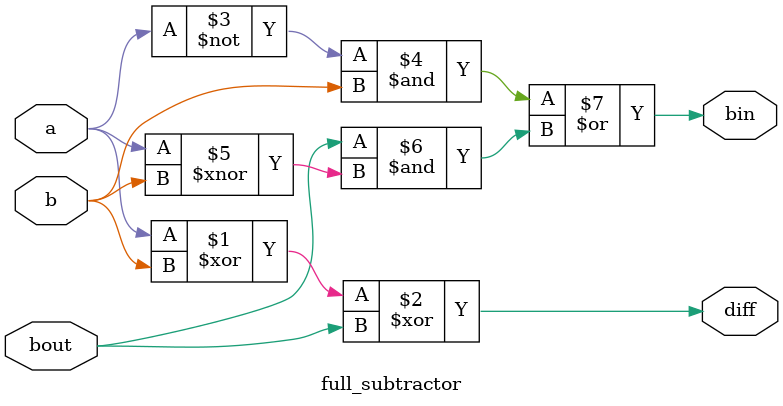
<source format=v>
module full_subtractor(input a,
                  input b,
				  input bout,
				  output diff,
				  output bin);
				  
	
	assign diff =a^b^bout;
	assign bin= ((~a)&b)|(bout&(a~^b));
	
endmodule
</source>
